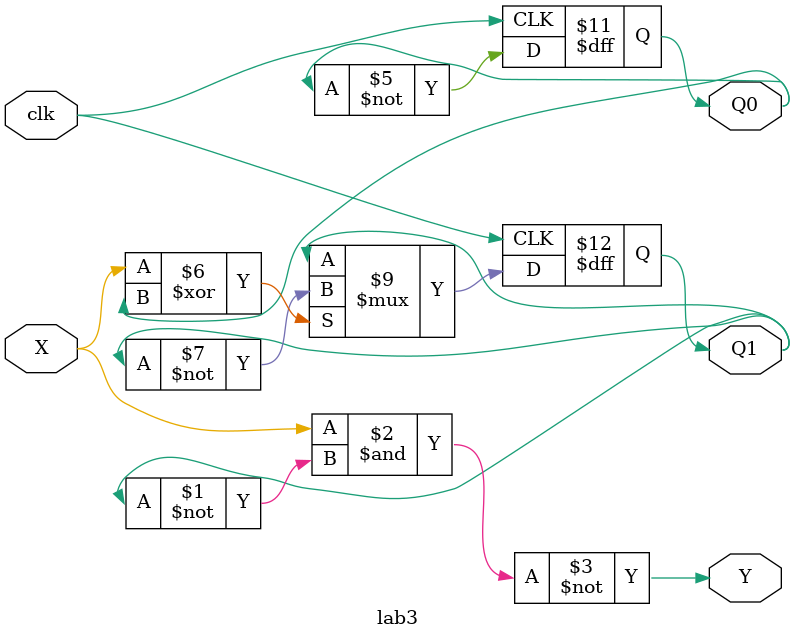
<source format=v>
module lab3(
    input   X,
    input   clk,
    output  Q0,
    output  Q1,
    output  Y
);

reg  Q0;
reg  Q1;

initial begin
    Q0=1'b0;
    Q1=1'b0;
end

assign Y = ~(X&(~Q1));

always @(negedge clk) begin
    Q0 <= ~Q0;
    if(X^Q0) Q1<=~Q1;
end
endmodule

</source>
